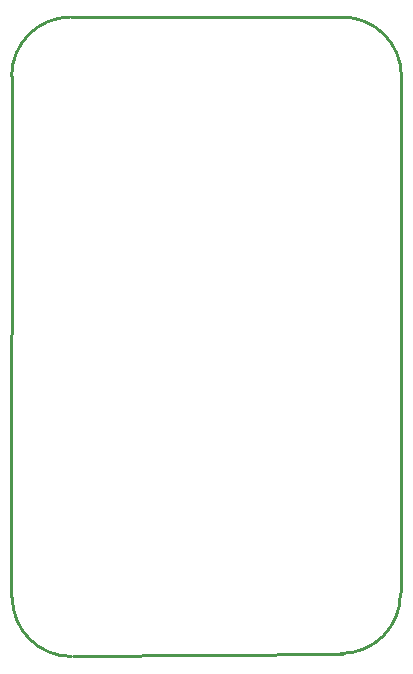
<source format=gko>
G04 Layer: BoardOutlineLayer*
G04 EasyEDA v6.5.9, 2022-08-12 00:02:45*
G04 2a9479771ff5440bbc068576edc866e0,fa163e59c691420ea6e3b66f1dbf35ee,10*
G04 Gerber Generator version 0.2*
G04 Scale: 100 percent, Rotated: No, Reflected: No *
G04 Dimensions in millimeters *
G04 leading zeros omitted , absolute positions ,4 integer and 5 decimal *
%FSLAX45Y45*%
%MOMM*%

%ADD10C,0.2540*%
D10*
X4562210Y5159491D02*
G01*
X2276210Y5146791D01*
X1755510Y5642091D02*
G01*
X1757898Y10055491D01*
X5057510Y10061691D02*
G01*
X5057124Y5686394D01*
X2257905Y10555493D02*
G01*
X4557892Y10555493D01*
G75*
G01*
X1757896Y10055497D02*
G02*
X2257895Y10555496I499999J0D01*
G75*
G01*
X4557890Y10555496D02*
G02*
X5057889Y10055497I0J-499999D01*
G75*
G01*
X5049507Y5667494D02*
G02*
X4549508Y5167495I-499999J0D01*
G75*
G01*
X2263508Y5142095D02*
G02*
X1763509Y5642094I0J499999D01*

%LPD*%
M02*

</source>
